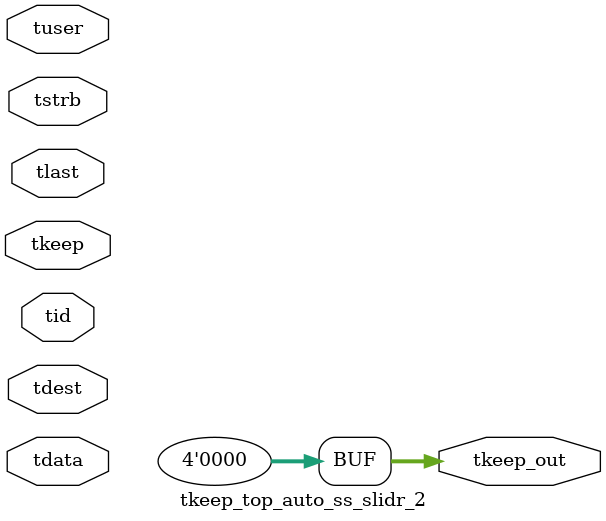
<source format=v>


`timescale 1ps/1ps

module tkeep_top_auto_ss_slidr_2 #
(
parameter C_S_AXIS_TDATA_WIDTH = 32,
parameter C_S_AXIS_TUSER_WIDTH = 0,
parameter C_S_AXIS_TID_WIDTH   = 0,
parameter C_S_AXIS_TDEST_WIDTH = 0,
parameter C_M_AXIS_TDATA_WIDTH = 32
)
(
input  [(C_S_AXIS_TDATA_WIDTH == 0 ? 1 : C_S_AXIS_TDATA_WIDTH)-1:0     ] tdata,
input  [(C_S_AXIS_TUSER_WIDTH == 0 ? 1 : C_S_AXIS_TUSER_WIDTH)-1:0     ] tuser,
input  [(C_S_AXIS_TID_WIDTH   == 0 ? 1 : C_S_AXIS_TID_WIDTH)-1:0       ] tid,
input  [(C_S_AXIS_TDEST_WIDTH == 0 ? 1 : C_S_AXIS_TDEST_WIDTH)-1:0     ] tdest,
input  [(C_S_AXIS_TDATA_WIDTH/8)-1:0 ] tkeep,
input  [(C_S_AXIS_TDATA_WIDTH/8)-1:0 ] tstrb,
input                                                                    tlast,
output [(C_M_AXIS_TDATA_WIDTH/8)-1:0 ] tkeep_out
);

assign tkeep_out = {1'b0};

endmodule


</source>
